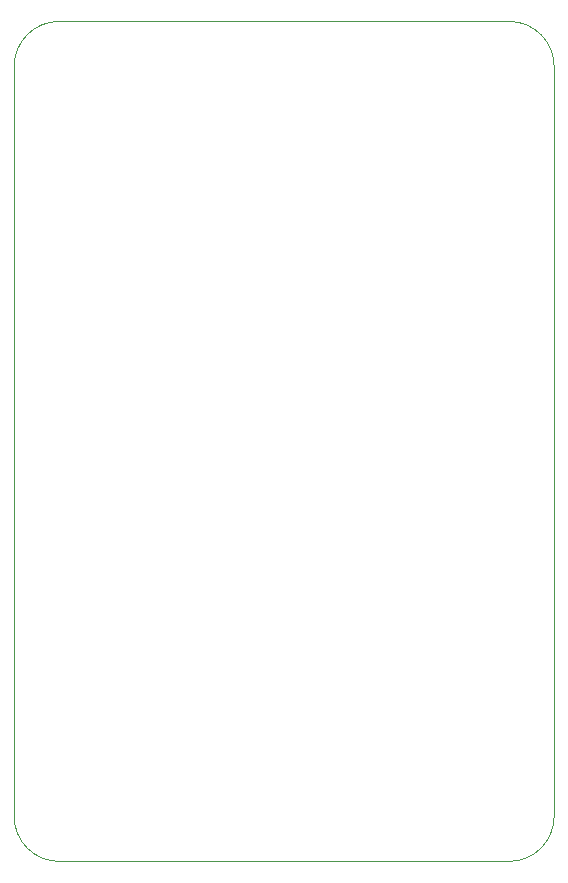
<source format=gm1>
%TF.GenerationSoftware,KiCad,Pcbnew,8.0.9*%
%TF.CreationDate,2025-05-16T13:11:34-04:00*%
%TF.ProjectId,groundside-charging,67726f75-6e64-4736-9964-652d63686172,rev?*%
%TF.SameCoordinates,Original*%
%TF.FileFunction,Profile,NP*%
%FSLAX46Y46*%
G04 Gerber Fmt 4.6, Leading zero omitted, Abs format (unit mm)*
G04 Created by KiCad (PCBNEW 8.0.9) date 2025-05-16 13:11:34*
%MOMM*%
%LPD*%
G01*
G04 APERTURE LIST*
%TA.AperFunction,Profile*%
%ADD10C,0.100000*%
%TD*%
G04 APERTURE END LIST*
D10*
X69088000Y-92202000D02*
X107188000Y-92202000D01*
X110998000Y-159512000D02*
G75*
G02*
X107188000Y-163322000I-3810000J0D01*
G01*
X110998000Y-159512000D02*
X110998000Y-96012000D01*
X107188000Y-92202000D02*
G75*
G02*
X110998000Y-96012000I0J-3810000D01*
G01*
X65278000Y-96012000D02*
G75*
G02*
X69088000Y-92202000I3810000J0D01*
G01*
X107188000Y-163322000D02*
X69088000Y-163322000D01*
X69088000Y-163322000D02*
G75*
G02*
X65278000Y-159512000I0J3810000D01*
G01*
X65278000Y-159512000D02*
X65278000Y-96012000D01*
M02*

</source>
